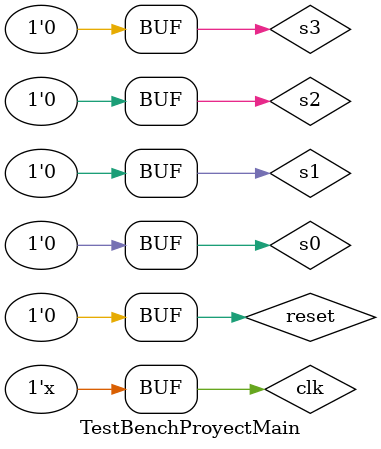
<source format=sv>
module TestBenchProyectMain();
	logic clk, reset;
	logic s3,s2,s1,s0;
	
	ProyectMain MAIN(clk, reset, s3, s2, s1, s0);
	
	initial begin
	clk=0; 
	reset=1;
	#10;
	reset=0;
	s3=0;
	s2=0;
	s1=0;
	s0=0;
	end
	
	always begin 
	#10 clk=~clk; 
	end


endmodule:TestBenchProyectMain
</source>
